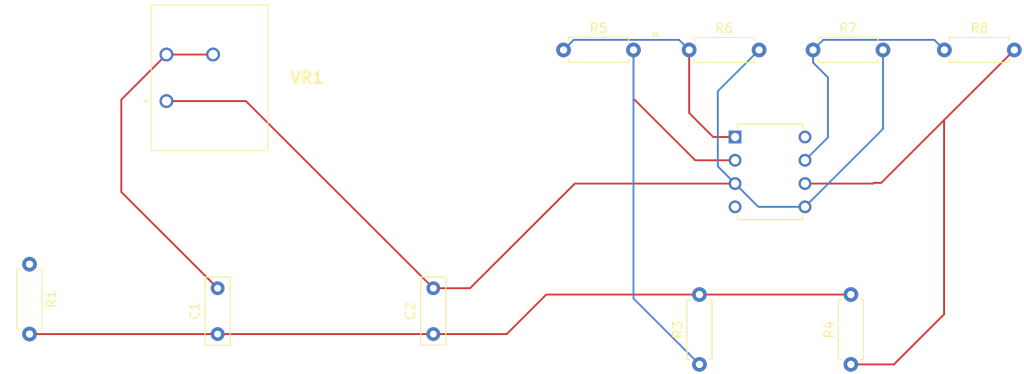
<source format=kicad_pcb>
(kicad_pcb (version 20241229) (generator "pcbnew") (generator_version "9.0")
  (layers (0 "F.Cu" signal) (2 "B.Cu" signal) (13 "F.Paste" user) (15 "B.Paste" user) (5 "F.SilkS" user "F.Silkscreen") (7 "B.SilkS" user "B.Silkscreen") (1 "F.Mask" user) (3 "B.Mask" user) (25 "Edge.Cuts" user))
  (net 0 "")
  (net 1 "Net-(U1-+INA)")
  (net 2 "Net-(VR1-CW)")
  (net 3 "GND")
  (net 4 "Net-(L1-Pad2)")
  (net 5 "Net-(U1--INA)")
  (net 6 "Net-(U1--INB)")
  (net 7 "Net-(U1-OUTA)")
  (net 8 "Net-(U1-OUTB)")
  (net 9 "+12V")
  (net 10 "-12V")
  (footprint "Capacitor_THT:C_Rect_L7.2mm_W2.5mm_P5.00mm" (layer "F.Cu") (at 120 66.5 90)
    (property "Reference" "C2" (at 2.5 -2.5 90) (layer "F.SilkS"))
    (property "Value" "10nF")
    (fp_line (start 6.22 -1.37) (end 6.22 1.37) (stroke (width 0.12)) (layer "F.SilkS"))
    (fp_line (start -1.22 -1.37) (end 6.22 -1.37) (stroke (width 0.12)) (layer "F.SilkS"))
    (fp_line (start 6.22 1.37) (end -1.22 1.37) (stroke (width 0.12)) (layer "F.SilkS"))
    (fp_line (start -1.22 1.37) (end -1.22 -1.37) (stroke (width 0.12)) (layer "F.SilkS"))
    (pad "1" thru_hole circle (at 0 0 90) (size 1.5 1.5) (drill 0.75) (layers "*.Cu" "*.Mask") (net 3 "GND"))
    (pad "2" thru_hole circle (at 5 0 90) (size 1.5 1.5) (drill 0.75) (layers "*.Cu" "*.Mask") (net 1 "Net-(U1-+INA)"))
  )
  (footprint "Resistor_THT:R_Axial_DIN0207_L6.3mm_D2.5mm_P7.62mm_Horizontal" (layer "F.Cu") (at 149 69.81 90)
    (property "Reference" "R3" (at 3.81 -2.37 90) (layer "F.SilkS"))
    (property "Value" "2.2k")
    (fp_line (start 7.08 -1.37) (end 7.08 -1.04) (stroke (width 0.12)) (layer "F.SilkS"))
    (fp_line (start 0.54 -1.37) (end 7.08 -1.37) (stroke (width 0.12)) (layer "F.SilkS"))
    (fp_line (start 0.54 -1.04) (end 0.54 -1.37) (stroke (width 0.12)) (layer "F.SilkS"))
    (fp_line (start 0.54 1.04) (end 0.54 1.37) (stroke (width 0.12)) (layer "F.SilkS"))
    (fp_line (start 7.08 1.37) (end 7.08 1.04) (stroke (width 0.12)) (layer "F.SilkS"))
    (fp_line (start 0.54 1.37) (end 7.08 1.37) (stroke (width 0.12)) (layer "F.SilkS"))
    (pad "1" thru_hole circle (at 0 0 90) (size 1.6 1.6) (drill 0.8) (layers "*.Cu" "*.Mask") (net 5 "Net-(U1--INA)"))
    (pad "2" thru_hole circle (at 7.62 0 90) (size 1.6 1.6) (drill 0.8) (layers "*.Cu" "*.Mask") (net 3 "GND"))
  )
  (footprint "KiCad:93R1AR22A12L" (layer "F.Cu") (at 90.92 41.08)
    (property "Reference" "VR1" (at 15.325 -2.54 0) (layer "F.SilkS") (effects (font (size 1.27 1.27) (thickness 0.254))))
    (property "Value" "93R1A-R22-A12L" (hide yes))
    (fp_line (start -2.3 -0.1) (end -2.3 -0.1) (stroke (width 0.2)) (layer "F.SilkS"))
    (fp_line (start -2.3 0.1) (end -2.3 0.1) (stroke (width 0.2)) (layer "F.SilkS"))
    (fp_line (start -1.65 -10.48) (end -1.65 5.4) (stroke (width 0.1)) (layer "F.SilkS"))
    (fp_line (start -1.65 5.4) (end 11.05 5.4) (stroke (width 0.1)) (layer "F.SilkS"))
    (fp_line (start 11.05 -10.48) (end -1.65 -10.48) (stroke (width 0.1)) (layer "F.SilkS"))
    (fp_line (start 11.05 5.4) (end 11.05 -10.48) (stroke (width 0.1)) (layer "F.SilkS"))
    (fp_arc (start -2.3 -0.1) (mid -2.2 0) (end -2.3 0.1) (stroke (width 0.2)) (layer "F.SilkS"))
    (fp_arc (start -2.3 0.1) (mid -2.4 0) (end -2.3 -0.1) (stroke (width 0.2)) (layer "F.SilkS"))
    (pad "1" thru_hole circle (at 0 0) (size 1.515 1.515) (drill 1.01) (layers "*.Cu" "*.Mask") (net 1 "Net-(U1-+INA)"))
    (pad "2" thru_hole circle (at 5.08 -5.08) (size 1.515 1.515) (drill 1.01) (layers "*.Cu" "*.Mask") (net 2 "Net-(VR1-CW)"))
    (pad "3" thru_hole circle (at 0 -5.08) (size 1.515 1.515) (drill 1.01) (layers "*.Cu" "*.Mask") (net 2 "Net-(VR1-CW)"))
  )
  (footprint "Capacitor_THT:C_Rect_L7.2mm_W2.5mm_P5.00mm" (layer "F.Cu") (at 96.5 66.5 90)
    (property "Reference" "C1" (at 2.5 -2.5 90) (layer "F.SilkS"))
    (property "Value" "100nF")
    (fp_line (start 6.22 -1.37) (end 6.22 1.37) (stroke (width 0.12)) (layer "F.SilkS"))
    (fp_line (start -1.22 -1.37) (end 6.22 -1.37) (stroke (width 0.12)) (layer "F.SilkS"))
    (fp_line (start 6.22 1.37) (end -1.22 1.37) (stroke (width 0.12)) (layer "F.SilkS"))
    (fp_line (start -1.22 1.37) (end -1.22 -1.37) (stroke (width 0.12)) (layer "F.SilkS"))
    (pad "1" thru_hole circle (at 0 0 90) (size 1.5 1.5) (drill 0.75) (layers "*.Cu" "*.Mask") (net 3 "GND"))
    (pad "2" thru_hole circle (at 5 0 90) (size 1.5 1.5) (drill 0.75) (layers "*.Cu" "*.Mask") (net 2 "Net-(VR1-CW)"))
  )
  (footprint "Resistor_THT:R_Axial_DIN0207_L6.3mm_D2.5mm_P7.62mm_Horizontal" (layer "F.Cu") (at 147.88 35.5)
    (property "Reference" "R6" (at 3.81 -2.37 0) (layer "F.SilkS"))
    (property "Value" "110")
    (fp_line (start 0.54 -1.37) (end 7.08 -1.37) (stroke (width 0.12)) (layer "F.SilkS"))
    (fp_line (start 0.54 -1.04) (end 0.54 -1.37) (stroke (width 0.12)) (layer "F.SilkS"))
    (fp_line (start 0.54 1.04) (end 0.54 1.37) (stroke (width 0.12)) (layer "F.SilkS"))
    (fp_line (start 0.54 1.37) (end 7.08 1.37) (stroke (width 0.12)) (layer "F.SilkS"))
    (fp_line (start 7.08 -1.37) (end 7.08 -1.04) (stroke (width 0.12)) (layer "F.SilkS"))
    (fp_line (start 7.08 1.37) (end 7.08 1.04) (stroke (width 0.12)) (layer "F.SilkS"))
    (pad "1" thru_hole circle (at 0 0) (size 1.6 1.6) (drill 0.8) (layers "*.Cu" "*.Mask") (net 7 "Net-(U1-OUTA)"))
    (pad "2" thru_hole circle (at 7.62 0) (size 1.6 1.6) (drill 0.8) (layers "*.Cu" "*.Mask") (net 1 "Net-(U1-+INA)"))
  )
  (footprint "Resistor_THT:R_Axial_DIN0207_L6.3mm_D2.5mm_P7.62mm_Horizontal" (layer "F.Cu") (at 134.19 35.5)
    (property "Reference" "R5" (at 3.81 -2.37 0) (layer "F.SilkS"))
    (property "Value" "110")
    (fp_line (start 0.54 -1.37) (end 7.08 -1.37) (stroke (width 0.12)) (layer "F.SilkS"))
    (fp_line (start 0.54 -1.04) (end 0.54 -1.37) (stroke (width 0.12)) (layer "F.SilkS"))
    (fp_line (start 0.54 1.04) (end 0.54 1.37) (stroke (width 0.12)) (layer "F.SilkS"))
    (fp_line (start 0.54 1.37) (end 7.08 1.37) (stroke (width 0.12)) (layer "F.SilkS"))
    (fp_line (start 7.08 -1.37) (end 7.08 -1.04) (stroke (width 0.12)) (layer "F.SilkS"))
    (fp_line (start 7.08 1.37) (end 7.08 1.04) (stroke (width 0.12)) (layer "F.SilkS"))
    (pad "1" thru_hole circle (at 0 0) (size 1.6 1.6) (drill 0.8) (layers "*.Cu" "*.Mask") (net 7 "Net-(U1-OUTA)"))
    (pad "2" thru_hole circle (at 7.62 0) (size 1.6 1.6) (drill 0.8) (layers "*.Cu" "*.Mask") (net 5 "Net-(U1--INA)"))
  )
  (footprint "LT1113CN8_PBF:PDIP-8_N" (layer "F.Cu") (at 160.5 52.62)
    (property "Reference" "U1" (at -16.283435 -18.816453 0) (layer "F.SilkS") (effects (font (size 0.420083 0.420083))))
    (property "Value" "LT1113ACN8-PBF")
    (fp_line (start -7.366 -9.017) (end -7.366 -8.6614) (stroke (width 0.1524)) (layer "F.SilkS"))
    (fp_line (start -7.366 0.9906) (end -7.366 1.397) (stroke (width 0.1524)) (layer "F.SilkS"))
    (fp_line (start -7.366 1.397) (end -0.254 1.397) (stroke (width 0.1524)) (layer "F.SilkS"))
    (fp_line (start -0.254 -9.017) (end -7.366 -9.017) (stroke (width 0.1524)) (layer "F.SilkS"))
    (fp_line (start -0.254 -8.6106) (end -0.254 -9.017) (stroke (width 0.1524)) (layer "F.SilkS"))
    (fp_line (start -0.254 1.397) (end -0.254 0.9906) (stroke (width 0.1524)) (layer "F.SilkS"))
    (pad "1" thru_hole rect (at -7.62 -7.62) (size 1.397 1.397) (drill 0.889) (layers "*.Cu" "*.Mask") (net 7 "Net-(U1-OUTA)"))
    (pad "2" thru_hole circle (at -7.62 -5.08) (size 1.397 1.397) (drill 0.889) (layers "*.Cu" "*.Mask") (net 5 "Net-(U1--INA)"))
    (pad "3" thru_hole circle (at -7.62 -2.54) (size 1.397 1.397) (drill 0.889) (layers "*.Cu" "*.Mask") (net 1 "Net-(U1-+INA)"))
    (pad "4" thru_hole circle (at -7.62 0) (size 1.397 1.397) (drill 0.889) (layers "*.Cu" "*.Mask") (net 10 "-12V"))
    (pad "5" thru_hole circle (at 0 0) (size 1.397 1.397) (drill 0.889) (layers "*.Cu" "*.Mask") (net 1 "Net-(U1-+INA)"))
    (pad "6" thru_hole circle (at 0 -2.54) (size 1.397 1.397) (drill 0.889) (layers "*.Cu" "*.Mask") (net 6 "Net-(U1--INB)"))
    (pad "7" thru_hole circle (at 0 -5.08) (size 1.397 1.397) (drill 0.889) (layers "*.Cu" "*.Mask") (net 8 "Net-(U1-OUTB)"))
    (pad "8" thru_hole circle (at 0 -7.62) (size 1.397 1.397) (drill 0.889) (layers "*.Cu" "*.Mask") (net 9 "+12V"))
  )
  (footprint "Resistor_THT:R_Axial_DIN0207_L6.3mm_D2.5mm_P7.62mm_Horizontal" (layer "F.Cu") (at 76 58.88 -90)
    (property "Reference" "R1" (at 3.81 -2.37 90) (layer "F.SilkS"))
    (property "Value" "10")
    (fp_line (start 0.54 1.37) (end 7.08 1.37) (stroke (width 0.12)) (layer "F.SilkS"))
    (fp_line (start 7.08 1.37) (end 7.08 1.04) (stroke (width 0.12)) (layer "F.SilkS"))
    (fp_line (start 0.54 1.04) (end 0.54 1.37) (stroke (width 0.12)) (layer "F.SilkS"))
    (fp_line (start 0.54 -1.04) (end 0.54 -1.37) (stroke (width 0.12)) (layer "F.SilkS"))
    (fp_line (start 0.54 -1.37) (end 7.08 -1.37) (stroke (width 0.12)) (layer "F.SilkS"))
    (fp_line (start 7.08 -1.37) (end 7.08 -1.04) (stroke (width 0.12)) (layer "F.SilkS"))
    (pad "1" thru_hole circle (at 0 0 270) (size 1.6 1.6) (drill 0.8) (layers "*.Cu" "*.Mask") (net 4 "Net-(L1-Pad2)"))
    (pad "2" thru_hole circle (at 7.62 0 270) (size 1.6 1.6) (drill 0.8) (layers "*.Cu" "*.Mask") (net 3 "GND"))
  )
  (footprint "Resistor_THT:R_Axial_DIN0207_L6.3mm_D2.5mm_P7.62mm_Horizontal" (layer "F.Cu") (at 175.69 35.5)
    (property "Reference" "R8" (at 3.81 -2.37 0) (layer "F.SilkS"))
    (property "Value" "11k")
    (fp_line (start 0.54 -1.37) (end 7.08 -1.37) (stroke (width 0.12)) (layer "F.SilkS"))
    (fp_line (start 0.54 -1.04) (end 0.54 -1.37) (stroke (width 0.12)) (layer "F.SilkS"))
    (fp_line (start 0.54 1.04) (end 0.54 1.37) (stroke (width 0.12)) (layer "F.SilkS"))
    (fp_line (start 0.54 1.37) (end 7.08 1.37) (stroke (width 0.12)) (layer "F.SilkS"))
    (fp_line (start 7.08 -1.37) (end 7.08 -1.04) (stroke (width 0.12)) (layer "F.SilkS"))
    (fp_line (start 7.08 1.37) (end 7.08 1.04) (stroke (width 0.12)) (layer "F.SilkS"))
    (pad "1" thru_hole circle (at 0 0) (size 1.6 1.6) (drill 0.8) (layers "*.Cu" "*.Mask") (net 8 "Net-(U1-OUTB)"))
    (pad "2" thru_hole circle (at 7.62 0) (size 1.6 1.6) (drill 0.8) (layers "*.Cu" "*.Mask") (net 6 "Net-(U1--INB)"))
  )
  (footprint "Resistor_THT:R_Axial_DIN0207_L6.3mm_D2.5mm_P7.62mm_Horizontal" (layer "F.Cu") (at 161.38 35.5)
    (property "Reference" "R7" (at 3.81 -2.37 0) (layer "F.SilkS"))
    (property "Value" "11k")
    (fp_line (start 0.54 -1.37) (end 7.08 -1.37) (stroke (width 0.12)) (layer "F.SilkS"))
    (fp_line (start 0.54 -1.04) (end 0.54 -1.37) (stroke (width 0.12)) (layer "F.SilkS"))
    (fp_line (start 0.54 1.04) (end 0.54 1.37) (stroke (width 0.12)) (layer "F.SilkS"))
    (fp_line (start 0.54 1.37) (end 7.08 1.37) (stroke (width 0.12)) (layer "F.SilkS"))
    (fp_line (start 7.08 -1.37) (end 7.08 -1.04) (stroke (width 0.12)) (layer "F.SilkS"))
    (fp_line (start 7.08 1.37) (end 7.08 1.04) (stroke (width 0.12)) (layer "F.SilkS"))
    (pad "1" thru_hole circle (at 0 0) (size 1.6 1.6) (drill 0.8) (layers "*.Cu" "*.Mask") (net 8 "Net-(U1-OUTB)"))
    (pad "2" thru_hole circle (at 7.62 0) (size 1.6 1.6) (drill 0.8) (layers "*.Cu" "*.Mask") (net 1 "Net-(U1-+INA)"))
  )
  (footprint "Resistor_THT:R_Axial_DIN0207_L6.3mm_D2.5mm_P7.62mm_Horizontal" (layer "F.Cu") (at 165.5 69.81 90)
    (property "Reference" "R4" (at 3.81 -2.37 90) (layer "F.SilkS"))
    (property "Value" "2.2k")
    (fp_line (start 7.08 -1.37) (end 7.08 -1.04) (stroke (width 0.12)) (layer "F.SilkS"))
    (fp_line (start 0.54 -1.37) (end 7.08 -1.37) (stroke (width 0.12)) (layer "F.SilkS"))
    (fp_line (start 0.54 -1.04) (end 0.54 -1.37) (stroke (width 0.12)) (layer "F.SilkS"))
    (fp_line (start 0.54 1.04) (end 0.54 1.37) (stroke (width 0.12)) (layer "F.SilkS"))
    (fp_line (start 7.08 1.37) (end 7.08 1.04) (stroke (width 0.12)) (layer "F.SilkS"))
    (fp_line (start 0.54 1.37) (end 7.08 1.37) (stroke (width 0.12)) (layer "F.SilkS"))
    (pad "1" thru_hole circle (at 0 0 90) (size 1.6 1.6) (drill 0.8) (layers "*.Cu" "*.Mask") (net 6 "Net-(U1--INB)"))
    (pad "2" thru_hole circle (at 7.62 0 90) (size 1.6 1.6) (drill 0.8) (layers "*.Cu" "*.Mask") (net 3 "GND"))
  )
  (segment (start 90.92 41.08) (end 99.58 41.08) (width 0.2) (layer "F.Cu") (net 1))
  (segment (start 120 61.5) (end 124 61.5) (width 0.2) (layer "F.Cu") (net 1))
  (segment (start 135.42 50.08) (end 152.88 50.08) (width 0.2) (layer "F.Cu") (net 1))
  (segment (start 99.58 41.08) (end 120 61.5) (width 0.2) (layer "F.Cu") (net 1))
  (segment (start 124 61.5) (end 135.42 50.08) (width 0.2) (layer "F.Cu") (net 1))
  (segment (start 169 35.5) (end 169 44.12) (width 0.2) (layer "B.Cu") (net 1))
  (segment (start 151 40) (end 151 48.2) (width 0.2) (layer "B.Cu") (net 1))
  (segment (start 152.88 50.08) (end 155.42 52.62) (width 0.2) (layer "B.Cu") (net 1))
  (segment (start 151 48.2) (end 152.88 50.08) (width 0.2) (layer "B.Cu") (net 1))
  (segment (start 169 44.12) (end 160.5 52.62) (width 0.2) (layer "B.Cu") (net 1))
  (segment (start 155.42 52.62) (end 160.5 52.62) (width 0.2) (layer "B.Cu") (net 1))
  (segment (start 155.5 35.5) (end 151 40) (width 0.2) (layer "B.Cu") (net 1))
  (segment (start 90.92 36) (end 96 36) (width 0.2) (layer "F.Cu") (net 2))
  (segment (start 86 40.92) (end 86 51) (width 0.2) (layer "F.Cu") (net 2))
  (segment (start 90.92 36) (end 86 40.92) (width 0.2) (layer "F.Cu") (net 2))
  (segment (start 86 51) (end 96.5 61.5) (width 0.2) (layer "F.Cu") (net 2))
  (segment (start 149 62.19) (end 165.5 62.19) (width 0.2) (layer "F.Cu") (net 3))
  (segment (start 128 66.5) (end 120 66.5) (width 0.2) (layer "F.Cu") (net 3))
  (segment (start 132.31 62.19) (end 128 66.5) (width 0.2) (layer "F.Cu") (net 3))
  (segment (start 149 62.19) (end 132.31 62.19) (width 0.2) (layer "F.Cu") (net 3))
  (segment (start 96.5 66.5) (end 120 66.5) (width 0.2) (layer "F.Cu") (net 3))
  (segment (start 96.5 66.5) (end 76 66.5) (width 0.2) (layer "F.Cu") (net 3))
  (segment (start 141.81 40.81) (end 148.54 47.54) (width 0.2) (layer "F.Cu") (net 5))
  (segment (start 148.54 47.54) (end 152.88 47.54) (width 0.2) (layer "F.Cu") (net 5))
  (segment (start 141.81 35.5) (end 141.81 40.81) (width 0.2) (layer "F.Cu") (net 5))
  (segment (start 149 69.81) (end 141.81 62.62) (width 0.2) (layer "B.Cu") (net 5))
  (segment (start 141.81 62.62) (end 141.81 35.5) (width 0.2) (layer "B.Cu") (net 5))
  (segment (start 175.655 43.155) (end 168.81 50) (width 0.2) (layer "F.Cu") (net 6))
  (segment (start 183.31 35.5) (end 175.655 43.155) (width 0.2) (layer "F.Cu") (net 6))
  (segment (start 165.5 69.81) (end 170.19 69.81) (width 0.2) (layer "F.Cu") (net 6))
  (segment (start 175.655 64.345) (end 175.655 43.155) (width 0.2) (layer "F.Cu") (net 6))
  (segment (start 170.19 69.81) (end 175.655 64.345) (width 0.2) (layer "F.Cu") (net 6))
  (segment (start 167.92 50.08) (end 160.5 50.08) (width 0.2) (layer "F.Cu") (net 6))
  (segment (start 168.81 50) (end 168 50) (width 0.2) (layer "F.Cu") (net 6))
  (segment (start 168 50) (end 167.92 50.08) (width 0.2) (layer "F.Cu") (net 6))
  (segment (start 147.88 35.5) (end 147.88 42.38) (width 0.2) (layer "F.Cu") (net 7))
  (segment (start 150.5 45) (end 152.88 45) (width 0.2) (layer "F.Cu") (net 7))
  (segment (start 147.88 42.38) (end 150.5 45) (width 0.2) (layer "F.Cu") (net 7))
  (segment (start 135.291 34.399) (end 134.19 35.5) (width 0.2) (layer "B.Cu") (net 7))
  (segment (start 146.779 34.399) (end 135.291 34.399) (width 0.2) (layer "B.Cu") (net 7))
  (segment (start 147.88 35.5) (end 146.779 34.399) (width 0.2) (layer "B.Cu") (net 7))
  (segment (start 163 45.04) (end 160.5 47.54) (width 0.2) (layer "B.Cu") (net 8))
  (segment (start 161.38 35.5) (end 161.38 36.88) (width 0.2) (layer "B.Cu") (net 8))
  (segment (start 162.481 34.399) (end 161.38 35.5) (width 0.2) (layer "B.Cu") (net 8))
  (segment (start 161.38 36.88) (end 163 38.5) (width 0.2) (layer "B.Cu") (net 8))
  (segment (start 163 38.5) (end 163 45.04) (width 0.2) (layer "B.Cu") (net 8))
  (segment (start 174.589 34.399) (end 162.481 34.399) (width 0.2) (layer "B.Cu") (net 8))
  (segment (start 175.69 35.5) (end 174.589 34.399) (width 0.2) (layer "B.Cu") (net 8))
)
</source>
